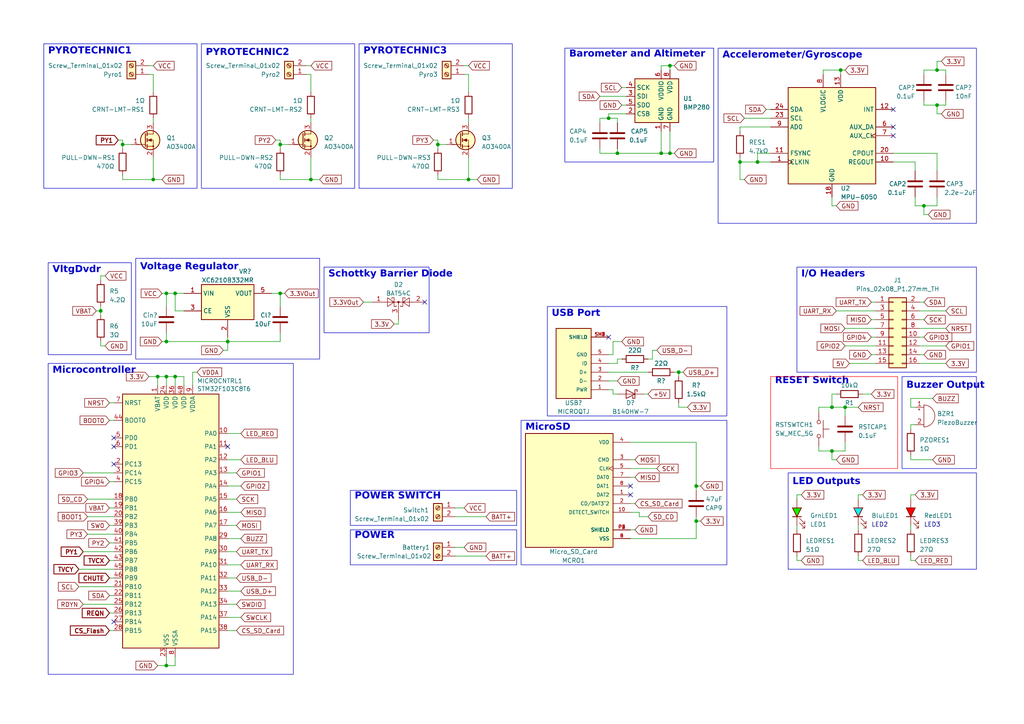
<source format=kicad_sch>
(kicad_sch (version 20230121) (generator eeschema)
  (paper "A4")
  (title_block (title "ORCA Sandbox") (date "2023-08-06") (company "Dhalwani Designs") (comment 3 "This is a testing envrioment for schematic design. "))
  (lib_symbols
    (symbol "BMP280_1"
      (property "Reference" "U" (at -7.62 10.16 0))
      (property "Value" "BMP280" (at 5.08 10.16 0))
      (symbol "BMP280_1_1_1"
        (pin power_in line (at 0 -7.62 90) (length 2.54) (name "GND") (number "1"))
        (pin input line (at -10.16 -2.54 0) (length 2.54) (name "CSB") (number "2"))
        (pin bidirectional line (at -10.16 2.54 0) (length 2.54) (name "SDI") (number "3"))
        (pin input line (at -10.16 5.08 0) (length 2.54) (name "SCK") (number "4"))
        (pin bidirectional line (at -10.16 0 0) (length 2.54) (name "SDO") (number "5"))
        (pin power_in line (at 0 10.16 270) (length 2.54) (name "VDDIO") (number "6"))
        (pin power_in line (at 2.54 -7.62 90) (length 2.54) (name "GND") (number "7"))
        (pin power_in line (at 2.54 10.16 270) (length 2.54) (name "VDD") (number "8"))
      )
    )
    (symbol "Connector:Screw_Terminal_01x02" (pin_names (offset 1.016) hide)
      (property "Reference" "J" (at 0 2.54 0))
      (property "Value" "Screw_Terminal_01x02" (at 0 -5.08 0))
      (symbol "Screw_Terminal_01x02_1_1"
        (pin passive line (at -5.08 0 0) (length 3.81) (name "Pin_1") (number "1"))
        (pin passive line (at -5.08 -2.54 0) (length 3.81) (name "Pin_2") (number "2"))
      )
    )
    (symbol "Device:Buzzer" (pin_names (offset 0.0254) hide)
      (property "Reference" "PZOBZR" (at 3.81 0.635 0))
      (property "Value" "FUET-3020 " (at 3.81 -1.905 0))
      (symbol "Buzzer_1_1"
        (pin passive line (at -2.54 2.54 0) (length 2.54) (name "-") (number "1"))
        (pin passive line (at -2.54 -2.54 0) (length 2.54) (name "+") (number "2"))
      )
    )
    (symbol "Device:C" (pin_numbers hide) (pin_names (offset 0.254))
      (property "Reference" "C" (at 0.635 2.54 0))
      (property "Value" "C" (at 0.635 -2.54 0))
      (symbol "C_1_1"
        (pin passive line (at 0 3.81 270) (length 2.794) (name "~") (number "1"))
        (pin passive line (at 0 -3.81 90) (length 2.794) (name "~") (number "2"))
      )
    )
    (symbol "Device:LED" (pin_numbers hide) (pin_names (offset 1.016) hide)
      (property "Reference" "BluLED" (at -0.9525 -3.81 90))
      (property "Value" "LED" (at -3.4925 -3.81 90))
      (symbol "LED_1_1"
        (pin passive line (at -3.81 0 0) (length 2.54) (name "K") (number "1"))
        (pin passive line (at 3.81 0 180) (length 2.54) (name "A") (number "2"))
      )
    )
    (symbol "Device:R" (pin_numbers hide) (pin_names (offset 0))
      (property "Reference" "R" (at 2.032 0 90))
      (property "Value" "R" (at 0 0 90))
      (symbol "R_1_1"
        (pin passive line (at 0 3.81 270) (length 1.27) (name "~") (number "1"))
        (pin passive line (at 0 -3.81 90) (length 1.27) (name "~") (number "2"))
      )
    )
    (symbol "Diode:BAT54C" (pin_names (offset 1.016))
      (property "Reference" "D" (at 0.635 -3.81 0))
      (property "Value" "BAT54C" (at -6.35 3.175 0))
      (symbol "BAT54C_1_1"
        (pin passive line (at -7.62 0 0) (length 3.81) (name "~") (number "1"))
        (pin passive line (at 7.62 0 180) (length 3.81) (name "~") (number "2"))
        (pin passive line (at 0 -5.08 90) (length 5.08) (name "~") (number "3"))
      )
    )
    (symbol "LED_1" (pin_numbers hide) (pin_names (offset 1.016) hide)
      (property "Reference" "GrnYeloLED" (at -0.9525 -3.81 90))
      (property "Value" "LED" (at -3.4925 -3.81 90))
      (symbol "LED_1_1_1"
        (pin passive line (at -3.81 0 0) (length 2.54) (name "K") (number "1"))
        (pin passive line (at 3.81 0 180) (length 2.54) (name "A") (number "2"))
      )
    )
    (symbol "LED_2" (pin_numbers hide) (pin_names (offset 1.016) hide)
      (property "Reference" "RedLED?" (at -0.9525 -3.81 90))
      (property "Value" "LED3" (at -3.4925 -3.81 90))
      (symbol "LED_2_1_1"
        (pin passive line (at -3.81 0 0) (length 2.54) (name "K") (number "1"))
        (pin passive line (at 3.81 0 180) (length 2.54) (name "A") (number "2"))
      )
    )
    (symbol "MCU_ST_STM32F1:STM32F103C8Tx"
      (property "Reference" "MICROCNTRL" (at 8.89 41.91 0))
      (property "Value" "\nSTM32F103C8T6" (at 8.89 40.64 0))
      (symbol "STM32F103C8Tx_1_1"
        (pin power_in line (at -2.54 40.64 270) (length 2.54) (name "VBAT") (number "1"))
        (pin bidirectional line (at 17.78 26.67 180) (length 2.54) (name "PA0") (number "10"))
        (pin bidirectional line (at 17.78 22.86 180) (length 2.54) (name "PA1") (number "11"))
        (pin bidirectional line (at 17.78 19.05 180) (length 2.54) (name "PA2") (number "12"))
        (pin bidirectional line (at 17.78 15.24 180) (length 2.54) (name "PA3") (number "13"))
        (pin bidirectional line (at 17.78 11.43 180) (length 2.54) (name "PA4") (number "14"))
        (pin bidirectional line (at 17.78 7.62 180) (length 2.54) (name "PA5") (number "15"))
        (pin bidirectional line (at 17.78 3.81 180) (length 2.54) (name "PA6") (number "16"))
        (pin bidirectional line (at 17.78 0 180) (length 2.54) (name "PA7") (number "17"))
        (pin bidirectional line (at -15.24 7.62 0) (length 2.54) (name "PB0") (number "18"))
        (pin bidirectional line (at -15.24 5.08 0) (length 2.54) (name "PB1") (number "19"))
        (pin bidirectional line (at -15.24 17.78 0) (length 2.54) (name "PC13") (number "2"))
        (pin bidirectional line (at -15.24 2.54 0) (length 2.54) (name "PB2") (number "20"))
        (pin bidirectional line (at -15.24 -17.78 0) (length 2.54) (name "PB10") (number "21"))
        (pin bidirectional line (at -15.24 -20.32 0) (length 2.54) (name "PB11") (number "22"))
        (pin power_in line (at 0 -38.1 90) (length 2.54) (name "VSS") (number "23"))
        (pin power_in line (at 0 40.64 270) (length 2.54) (name "VDD") (number "24"))
        (pin bidirectional line (at -15.24 -22.86 0) (length 2.54) (name "PB12") (number "25"))
        (pin bidirectional line (at -15.24 -25.4 0) (length 2.54) (name "PB13") (number "26"))
        (pin bidirectional line (at -15.24 -27.94 0) (length 2.54) (name "PB14") (number "27"))
        (pin bidirectional line (at -15.24 -30.48 0) (length 2.54) (name "PB15") (number "28"))
        (pin bidirectional line (at 17.78 -3.81 180) (length 2.54) (name "PA8") (number "29"))
        (pin bidirectional line (at -15.24 15.24 0) (length 2.54) (name "PC14") (number "3"))
        (pin bidirectional line (at 17.78 -7.62 180) (length 2.54) (name "PA9") (number "30"))
        (pin bidirectional line (at 17.78 -11.43 180) (length 2.54) (name "PA10") (number "31"))
        (pin bidirectional line (at 17.78 -15.24 180) (length 2.54) (name "PA11") (number "32"))
        (pin bidirectional line (at 17.78 -19.05 180) (length 2.54) (name "PA12") (number "33"))
        (pin bidirectional line (at 17.78 -22.86 180) (length 2.54) (name "PA13") (number "34"))
        (pin passive line (at 0 -38.1 90) (length 2.54) hide (name "VSS") (number "35"))
        (pin power_in line (at 2.54 40.64 270) (length 2.54) (name "VDD") (number "36"))
        (pin bidirectional line (at 17.78 -26.67 180) (length 2.54) (name "PA14") (number "37"))
        (pin bidirectional line (at 17.78 -30.48 180) (length 2.54) (name "PA15") (number "38"))
        (pin bidirectional line (at -15.24 0 0) (length 2.54) (name "PB3") (number "39"))
        (pin bidirectional line (at -15.24 12.7 0) (length 2.54) (name "PC15") (number "4"))
        (pin bidirectional line (at -15.24 -2.54 0) (length 2.54) (name "PB4") (number "40"))
        (pin bidirectional line (at -15.24 -5.08 0) (length 2.54) (name "PB5") (number "41"))
        (pin bidirectional line (at -15.24 -7.62 0) (length 2.54) (name "PB6") (number "42"))
        (pin bidirectional line (at -15.24 -10.16 0) (length 2.54) (name "PB7") (number "43"))
        (pin input line (at -15.24 30.48 0) (length 2.54) (name "BOOT0") (number "44"))
        (pin bidirectional line (at -15.24 -12.7 0) (length 2.54) (name "PB8") (number "45"))
        (pin bidirectional line (at -15.24 -15.24 0) (length 2.54) (name "PB9") (number "46"))
        (pin passive line (at 0 -38.1 90) (length 2.54) hide (name "VSS") (number "47"))
        (pin power_in line (at 5.08 40.64 270) (length 2.54) (name "VDD") (number "48"))
        (pin bidirectional line (at -15.24 25.4 0) (length 2.54) (name "PD0") (number "5"))
        (pin bidirectional line (at -15.24 22.86 0) (length 2.54) (name "PD1") (number "6"))
        (pin input line (at -15.24 35.56 0) (length 2.54) (name "NRST") (number "7"))
        (pin power_in line (at 2.54 -38.1 90) (length 2.54) (name "VSSA") (number "8"))
        (pin power_in line (at 7.62 40.64 270) (length 2.54) (name "VDDA") (number "9"))
      )
    )
    (symbol "MICROQTJ:MICROQTJ" (pin_names (offset 1.016))
      (property "Reference" "J2" (at 0 11.43 0))
      (property "Value" "MICROQTJ" (at 0 13.97 0))
      (symbol "MICROQTJ_0_0"
        (pin bidirectional line (at -10.16 5.08 0) (length 5.08) (name "D-") (number "2"))
        (pin bidirectional line (at -10.16 2.54 0) (length 5.08) (name "D+") (number "3"))
        (pin bidirectional line (at -10.16 0 0) (length 5.08) (name "ID") (number "4"))
        (pin power_in line (at -10.16 -2.54 0) (length 5.08) (name "GND") (number "5"))
        (pin passive line (at -10.16 -7.62 0) (length 5.08) (name "SHIELD") (number "SH1"))
        (pin passive line (at -10.16 -7.62 0) (length 5.08) (name "SHIELD") (number "SH2"))
        (pin passive line (at -10.16 -7.62 0) (length 5.08) (name "SHIELD") (number "SH3"))
        (pin passive line (at -10.16 -7.62 0) (length 5.08) (name "SHIELD") (number "SH4"))
      )
      (symbol "MICROQTJ_1_0"
        (pin power_in line (at -10.16 7.62 0) (length 5.08) (name "PWR") (number "1"))
      )
    )
    (symbol "MPU-6050_1"
      (property "Reference" "U" (at -11.43 13.97 0))
      (property "Value" "MPU-6050" (at 7.62 -15.24 0))
      (symbol "MPU-6050_1_0_0"
        (text "" (at 12.7 -2.54 0) (effects (font (size 1.27 1.27))))
      )
      (symbol "MPU-6050_1_1_1"
        (pin input clock (at -17.78 -7.62 0) (length 5.08) (name "CLKIN") (number "1"))
        (pin passive line (at 17.78 -7.62 180) (length 5.08) (name "REGOUT") (number "10"))
        (pin input line (at -17.78 -5.08 0) (length 5.08) (name "FSYNC") (number "11"))
        (pin output line (at 17.78 7.62 180) (length 5.08) (name "INT") (number "12"))
        (pin power_in line (at 2.54 17.78 270) (length 3.81) (name "VDD") (number "13"))
        (pin no_connect line (at -12.7 -10.16 0) (length 2.54) hide (name "NC") (number "14"))
        (pin no_connect line (at 12.7 12.7 180) (length 2.54) hide (name "NC") (number "15"))
        (pin no_connect line (at 12.7 10.16 180) (length 2.54) hide (name "NC") (number "16"))
        (pin no_connect line (at 12.7 5.08 180) (length 2.54) hide (name "NC") (number "17"))
        (pin power_in line (at 0 -17.78 90) (length 3.81) (name "GND") (number "18"))
        (pin no_connect line (at 12.7 -10.16 180) (length 2.54) hide (name "RESV") (number "19"))
        (pin no_connect line (at -12.7 12.7 0) (length 2.54) hide (name "NC") (number "2"))
        (pin passive line (at 17.78 -5.08 180) (length 5.08) (name "CPOUT") (number "20"))
        (pin no_connect line (at 12.7 -2.54 180) (length 2.54) hide (name "RESV") (number "21"))
        (pin no_connect line (at 12.7 -12.7 180) (length 2.54) hide (name "RESV") (number "22"))
        (pin input line (at -17.78 5.08 0) (length 5.08) (name "SCL") (number "23"))
        (pin bidirectional line (at -17.78 7.62 0) (length 5.08) (name "SDA") (number "24"))
        (pin no_connect line (at -12.7 10.16 0) (length 2.54) hide (name "NC") (number "3"))
        (pin no_connect line (at -12.7 0 0) (length 2.54) hide (name "NC") (number "4"))
        (pin no_connect line (at -12.7 -2.54 0) (length 2.54) hide (name "NC") (number "5"))
        (pin bidirectional line (at 17.78 2.54 180) (length 5.08) (name "AUX_DA") (number "6"))
        (pin output clock (at 17.78 0 180) (length 5.08) (name "AUX_CL") (number "7"))
        (pin power_in line (at -2.54 17.78 270) (length 3.81) (name "VLOGIC") (number "8"))
        (pin input line (at -17.78 2.54 0) (length 5.08) (name "AD0") (number "9"))
      )
    )
    (symbol "MicroSDMolex503892:503398-1892" (pin_names (offset 1.016))
      (property "Reference" "J" (at -12.7217 15.266 0))
      (property "Value" "503398-1892" (at -12.704 -17.7856 0))
      (symbol "503398-1892_0_0"
        (pin passive line (at 17.78 -2.54 180) (length 5.08) (name "DAT2") (number "1"))
        (pin passive line (at 17.78 -7.62 180) (length 5.08) (name "DETECT_SWITCH") (number "10"))
        (pin passive line (at 17.78 -5.08 180) (length 5.08) (name "CD/DAT3^2") (number "2"))
        (pin passive line (at 17.78 7.62 180) (length 5.08) (name "CMD") (number "3"))
        (pin power_in line (at 17.78 12.7 180) (length 5.08) (name "VDD") (number "4"))
        (pin passive clock (at 17.78 5.08 180) (length 5.08) (name "CLK") (number "5"))
        (pin power_in line (at 17.78 -15.24 180) (length 5.08) (name "VSS") (number "6"))
        (pin passive line (at 17.78 2.54 180) (length 5.08) (name "DAT0") (number "7"))
        (pin passive line (at 17.78 0 180) (length 5.08) (name "DAT1") (number "8"))
        (pin power_in line (at 17.78 -15.24 180) (length 5.08) (name "VSS") (number "9"))
        (pin passive line (at 17.78 -12.7 180) (length 5.08) (name "SHIELD") (number "P1"))
        (pin passive line (at 17.78 -12.7 180) (length 5.08) (name "SHIELD") (number "P2"))
        (pin passive line (at 17.78 -12.7 180) (length 5.08) (name "SHIELD") (number "P3"))
        (pin passive line (at 17.78 -12.7 180) (length 5.08) (name "SHIELD") (number "P4"))
      )
    )
    (symbol "PCM_4ms_Connector:Pins_02x08_P1.27mm_TH" (pin_names (offset 1.016) hide)
      (property "Reference" "J" (at 0 11.43 0))
      (property "Value" "Pins_02x08_P1.27mm_TH" (at 0 -11.43 0))
      (symbol "Pins_02x08_P1.27mm_TH_1_1"
        (pin passive line (at -6.35 8.89 0) (length 3.81) (name "1") (number "1"))
        (pin passive line (at 6.35 -1.27 180) (length 3.81) (name "10") (number "10"))
        (pin passive line (at -6.35 -3.81 0) (length 3.81) (name "11") (number "11"))
        (pin passive line (at 6.35 -3.81 180) (length 3.81) (name "12") (number "12"))
        (pin passive line (at -6.35 -6.35 0) (length 3.81) (name "13") (number "13"))
        (pin passive line (at 6.35 -6.35 180) (length 3.81) (name "14") (number "14"))
        (pin passive line (at -6.35 -8.89 0) (length 3.81) (name "15") (number "15"))
        (pin passive line (at 6.35 -8.89 180) (length 3.81) (name "16") (number "16"))
        (pin passive line (at 6.35 8.89 180) (length 3.81) (name "2") (number "2"))
        (pin passive line (at -6.35 6.35 0) (length 3.81) (name "3") (number "3"))
        (pin passive line (at 6.35 6.35 180) (length 3.81) (name "4") (number "4"))
        (pin passive line (at -6.35 3.81 0) (length 3.81) (name "5") (number "5"))
        (pin passive line (at 6.35 3.81 180) (length 3.81) (name "6") (number "6"))
        (pin passive line (at -6.35 1.27 0) (length 3.81) (name "7") (number "7"))
        (pin passive line (at 6.35 1.27 180) (length 3.81) (name "8") (number "8"))
        (pin passive line (at -6.35 -1.27 0) (length 3.81) (name "9") (number "9"))
      )
    )
    (symbol "PCM_4ms_Diode:B140HW-7" (pin_numbers hide) (pin_names (offset 1.016) hide)
      (property "Reference" "D" (at 0 2.54 0))
      (property "Value" "B140HW-7" (at 0 -2.54 0))
      (symbol "B140HW-7_1_1"
        (pin passive line (at -3.81 0 0) (length 2.54) (name "K") (number "1"))
        (pin passive line (at 3.81 0 180) (length 2.54) (name "A") (number "2"))
      )
    )
    (symbol "PCM_Transistor_MOSFET_AKL:AO3400A" (pin_names hide)
      (property "Reference" "Q" (at 5.08 1.27 0))
      (property "Value" "AO3400A" (at 5.08 -1.27 0))
      (symbol "AO3400A_1_1"
        (pin input line (at -3.81 -1.27 0) (length 2.54) (name "G") (number "1"))
        (pin passive line (at 2.54 -5.08 90) (length 2.54) (name "S") (number "2"))
        (pin passive line (at 2.54 5.08 270) (length 2.54) (name "D") (number "3"))
      )
    )
    (symbol "Switch:SW_MEC_5G" (pin_numbers hide) (pin_names (offset 1.016) hide)
      (property "Reference" "SW" (at 1.27 2.54 0))
      (property "Value" "SW_MEC_5G" (at 0 -1.524 0))
      (symbol "SW_MEC_5G_0_1"
        (pin passive line (at -5.08 0 0) (length 2.54) (name "A") (number "1"))
        (pin passive line (at 5.08 0 180) (length 2.54) (name "B") (number "3"))
      )
      (symbol "SW_MEC_5G_1_1"
        (pin passive line (at -5.08 0 0) (length 2.54) hide (name "A") (number "2"))
        (pin passive line (at 5.08 0 180) (length 2.54) hide (name "B") (number "4"))
      )
    )
    (symbol "XC6210B332MR_1"
      (property "Reference" "U?" (at 0 8.89 0))
      (property "Value" "XC6210B332MR" (at 0 6.35 0))
      (symbol "XC6210B332MR_1_1_1"
        (pin power_in line (at -12.7 2.54 0) (length 5.08) (name "VIN") (number "1"))
        (pin power_in line (at 0 -10.16 90) (length 5.08) (name "VSS") (number "2"))
        (pin input line (at -12.7 -2.54 0) (length 5.08) (name "CE") (number "3"))
        (pin no_connect line (at 7.62 -2.54 180) (length 5.08) hide (name "NC") (number "4"))
        (pin power_out line (at 12.7 2.54 180) (length 5.08) (name "VOUT") (number "5"))
      )
    )
  )
  (junction (at 219.71 46.99))
  (junction (at 66.04 99.06))
  (junction (at 196.85 107.95))
  (junction (at 90.17 52.07))
  (junction (at 271.78 20.32))
  (junction (at 127 41.91))
  (junction (at 271.78 30.48))
  (junction (at 29.21 90.17))
  (junction (at 48.26 109.22))
  (junction (at 48.26 85.09))
  (junction (at 267.97 59.69))
  (junction (at 241.3 130.81))
  (junction (at 50.8 109.22))
  (junction (at 214.63 46.99))
  (junction (at 194.31 19.05))
  (junction (at 48.26 193.04))
  (junction (at 135.89 52.07))
  (junction (at 45.72 109.22))
  (junction (at 201.93 140.97))
  (junction (at 201.93 151.13))
  (junction (at 35.56 41.91))
  (junction (at 48.26 99.06))
  (junction (at 243.84 20.32))
  (junction (at 81.28 41.91))
  (junction (at 176.53 34.29))
  (junction (at 245.11 118.11))
  (junction (at 179.07 44.45))
  (junction (at 194.31 44.45))
  (junction (at 44.45 52.07))
  (junction (at 81.28 85.09))
  (junction (at 191.77 44.45))
  (junction (at 241.3 118.11))
  (junction (at 50.8 85.09))
  (no_connect (at 123.19 87.63))
  (no_connect (at 33.02 134.62))
  (no_connect (at 66.04 129.54))
  (no_connect (at 176.53 97.79))
  (no_connect (at 182.88 140.97))
  (no_connect (at 33.02 180.34))
  (no_connect (at 259.08 39.37))
  (no_connect (at 33.02 129.54))
  (no_connect (at 259.08 36.83))
  (no_connect (at 259.08 31.75))
  (no_connect (at 33.02 127))
  (no_connect (at 182.88 143.51))
  (wire (pts (xy 50.8 85.09) (xy 53.34 85.09)))
  (wire (pts (xy 201.93 156.21) (xy 201.93 151.13)))
  (wire (pts (xy 191.77 44.45) (xy 194.31 44.45)))
  (wire (pts (xy 182.88 156.21) (xy 201.93 156.21)))
  (wire (pts (xy 35.56 52.07) (xy 35.56 50.8)))
  (wire (pts (xy 191.77 19.05) (xy 194.31 19.05)))
  (wire (pts (xy 264.16 123.19) (xy 265.43 123.19)))
  (wire (pts (xy 25.4 149.86) (xy 33.02 149.86)))
  (wire (pts (xy 266.7 100.33) (xy 274.32 100.33)))
  (wire (pts (xy 194.31 38.1) (xy 194.31 44.45)))
  (wire (pts (xy 266.7 87.63) (xy 267.97 87.63)))
  (wire (pts (xy 81.28 41.91) (xy 83.82 41.91)))
  (wire (pts (xy 127 52.07) (xy 127 50.8)))
  (wire (pts (xy 252.73 102.87) (xy 254 102.87)))
  (wire (pts (xy 24.13 137.16) (xy 33.02 137.16)))
  (wire (pts (xy 182.88 133.35) (xy 184.15 133.35)))
  (wire (pts (xy 64.77 101.6) (xy 66.04 101.6)))
  (wire (pts (xy 135.89 21.59) (xy 135.89 26.67)))
  (wire (pts (xy 237.49 119.38) (xy 237.49 118.11)))
  (wire (pts (xy 214.63 36.83) (xy 223.52 36.83)))
  (wire (pts (xy 201.93 128.27) (xy 201.93 140.97)))
  (wire (pts (xy 246.38 105.41) (xy 254 105.41)))
  (wire (pts (xy 31.75 121.92) (xy 33.02 121.92)))
  (wire (pts (xy 265.43 46.99) (xy 259.08 46.99)))
  (wire (pts (xy 250.19 114.3) (xy 252.73 114.3)))
  (wire (pts (xy 66.04 99.06) (xy 66.04 97.79)))
  (wire (pts (xy 31.75 139.7) (xy 33.02 139.7)))
  (wire (pts (xy 271.78 20.32) (xy 274.32 20.32)))
  (wire (pts (xy 179.07 104.14) (xy 180.34 104.14)))
  (wire (pts (xy 195.58 19.05) (xy 194.31 19.05)))
  (wire (pts (xy 264.16 143.51) (xy 264.16 144.78)))
  (wire (pts (xy 266.7 105.41) (xy 274.32 105.41)))
  (wire (pts (xy 241.3 59.69) (xy 241.3 57.15)))
  (wire (pts (xy 271.78 59.69) (xy 271.78 57.15)))
  (wire (pts (xy 105.41 87.63) (xy 107.95 87.63)))
  (wire (pts (xy 140.97 161.29) (xy 132.08 161.29)))
  (wire (pts (xy 176.53 34.29) (xy 173.99 34.29)))
  (wire (pts (xy 241.3 118.11) (xy 245.11 118.11)))
  (wire (pts (xy 66.04 182.88) (xy 68.58 182.88)))
  (wire (pts (xy 215.9 52.07) (xy 214.63 52.07)))
  (wire (pts (xy 185.42 149.86) (xy 185.42 148.59)))
  (wire (pts (xy 182.88 128.27) (xy 201.93 128.27)))
  (wire (pts (xy 248.92 161.29) (xy 248.92 162.56)))
  (wire (pts (xy 223.52 44.45) (xy 219.71 44.45)))
  (wire (pts (xy 191.77 19.05) (xy 191.77 20.32)))
  (wire (pts (xy 66.04 140.97) (xy 69.85 140.97)))
  (wire (pts (xy 31.75 182.88) (xy 33.02 182.88)))
  (wire (pts (xy 29.21 90.17) (xy 29.21 88.9)))
  (wire (pts (xy 88.9 21.59) (xy 90.17 21.59)))
  (wire (pts (xy 30.48 100.33) (xy 29.21 100.33)))
  (wire (pts (xy 81.28 85.09) (xy 82.55 85.09)))
  (wire (pts (xy 231.14 161.29) (xy 231.14 162.56)))
  (wire (pts (xy 31.75 152.4) (xy 33.02 152.4)))
  (wire (pts (xy 259.08 44.45) (xy 271.78 44.45)))
  (wire (pts (xy 238.76 20.32) (xy 238.76 21.59)))
  (wire (pts (xy 127 40.64) (xy 125.73 40.64)))
  (wire (pts (xy 269.24 62.23) (xy 267.97 62.23)))
  (wire (pts (xy 43.18 109.22) (xy 45.72 109.22)))
  (wire (pts (xy 248.92 143.51) (xy 248.92 144.78)))
  (wire (pts (xy 24.13 160.02) (xy 33.02 160.02)))
  (wire (pts (xy 33.02 165.1) (xy 22.86 165.1)))
  (wire (pts (xy 265.43 59.69) (xy 267.97 59.69)))
  (wire (pts (xy 48.26 85.09) (xy 50.8 85.09)))
  (wire (pts (xy 271.78 44.45) (xy 271.78 49.53)))
  (wire (pts (xy 222.25 31.75) (xy 223.52 31.75)))
  (wire (pts (xy 81.28 85.09) (xy 78.74 85.09)))
  (wire (pts (xy 66.04 152.4) (xy 68.58 152.4)))
  (wire (pts (xy 248.92 152.4) (xy 248.92 153.67)))
  (wire (pts (xy 267.97 59.69) (xy 271.78 59.69)))
  (wire (pts (xy 266.7 95.25) (xy 274.32 95.25)))
  (wire (pts (xy 81.28 40.64) (xy 80.01 40.64)))
  (wire (pts (xy 245.11 130.81) (xy 241.3 130.81)))
  (wire (pts (xy 35.56 41.91) (xy 38.1 41.91)))
  (wire (pts (xy 50.8 85.09) (xy 50.8 90.17)))
  (wire (pts (xy 81.28 88.9) (xy 81.28 85.09)))
  (wire (pts (xy 189.23 101.6) (xy 189.23 104.14)))
  (wire (pts (xy 45.72 109.22) (xy 45.72 111.76)))
  (wire (pts (xy 57.15 107.95) (xy 55.88 107.95)))
  (wire (pts (xy 66.04 137.16) (xy 68.58 137.16)))
  (wire (pts (xy 196.85 107.95) (xy 196.85 109.22)))
  (wire (pts (xy 30.48 80.01) (xy 29.21 80.01)))
  (wire (pts (xy 27.94 90.17) (xy 29.21 90.17)))
  (wire (pts (xy 264.16 133.35) (xy 270.51 133.35)))
  (wire (pts (xy 53.34 109.22) (xy 53.34 111.76)))
  (wire (pts (xy 35.56 41.91) (xy 35.56 40.64)))
  (wire (pts (xy 46.99 85.09) (xy 48.26 85.09)))
  (wire (pts (xy 179.07 105.41) (xy 176.53 105.41)))
  (wire (pts (xy 48.26 190.5) (xy 48.26 193.04)))
  (wire (pts (xy 237.49 130.81) (xy 237.49 129.54)))
  (wire (pts (xy 194.31 19.05) (xy 194.31 20.32)))
  (wire (pts (xy 66.04 171.45) (xy 69.85 171.45)))
  (wire (pts (xy 66.04 179.07) (xy 69.85 179.07)))
  (wire (pts (xy 134.62 19.05) (xy 135.89 19.05)))
  (wire (pts (xy 29.21 80.01) (xy 29.21 81.28)))
  (wire (pts (xy 45.72 193.04) (xy 48.26 193.04)))
  (wire (pts (xy 177.8 102.87) (xy 176.53 102.87)))
  (wire (pts (xy 264.16 161.29) (xy 264.16 162.56)))
  (wire (pts (xy 179.07 44.45) (xy 191.77 44.45)))
  (wire (pts (xy 195.58 107.95) (xy 196.85 107.95)))
  (wire (pts (xy 173.99 34.29) (xy 173.99 35.56)))
  (wire (pts (xy 43.18 21.59) (xy 44.45 21.59)))
  (wire (pts (xy 186.69 114.3) (xy 187.96 114.3)))
  (wire (pts (xy 231.14 143.51) (xy 231.14 144.78)))
  (wire (pts (xy 270.51 115.57) (xy 264.16 115.57)))
  (wire (pts (xy 176.53 113.03) (xy 177.8 113.03)))
  (wire (pts (xy 177.8 99.06) (xy 177.8 102.87)))
  (wire (pts (xy 31.75 167.64) (xy 33.02 167.64)))
  (wire (pts (xy 245.11 128.27) (xy 245.11 130.81)))
  (wire (pts (xy 66.04 125.73) (xy 69.85 125.73)))
  (wire (pts (xy 31.75 162.56) (xy 33.02 162.56)))
  (wire (pts (xy 241.3 114.3) (xy 241.3 118.11)))
  (wire (pts (xy 43.18 19.05) (xy 44.45 19.05)))
  (wire (pts (xy 88.9 19.05) (xy 90.17 19.05)))
  (wire (pts (xy 127 41.91) (xy 129.54 41.91)))
  (wire (pts (xy 46.99 99.06) (xy 48.26 99.06)))
  (wire (pts (xy 114.3 93.98) (xy 115.57 93.98)))
  (wire (pts (xy 219.71 46.99) (xy 214.63 46.99)))
  (wire (pts (xy 252.73 97.79) (xy 254 97.79)))
  (wire (pts (xy 196.85 118.11) (xy 199.39 118.11)))
  (wire (pts (xy 215.9 34.29) (xy 223.52 34.29)))
  (wire (pts (xy 90.17 45.72) (xy 90.17 52.07)))
  (wire (pts (xy 271.78 30.48) (xy 271.78 33.02)))
  (wire (pts (xy 25.4 154.94) (xy 33.02 154.94)))
  (wire (pts (xy 214.63 52.07) (xy 214.63 46.99)))
  (wire (pts (xy 267.97 29.21) (xy 267.97 30.48)))
  (wire (pts (xy 231.14 162.56) (xy 232.41 162.56)))
  (wire (pts (xy 201.93 151.13) (xy 201.93 149.86)))
  (wire (pts (xy 44.45 52.07) (xy 46.99 52.07)))
  (wire (pts (xy 252.73 87.63) (xy 254 87.63)))
  (wire (pts (xy 264.16 143.51) (xy 265.43 143.51)))
  (wire (pts (xy 187.96 104.14) (xy 189.23 104.14)))
  (wire (pts (xy 173.99 44.45) (xy 179.07 44.45)))
  (wire (pts (xy 267.97 21.59) (xy 267.97 20.32)))
  (wire (pts (xy 267.97 62.23) (xy 267.97 59.69)))
  (wire (pts (xy 266.7 92.71) (xy 267.97 92.71)))
  (wire (pts (xy 264.16 162.56) (xy 265.43 162.56)))
  (wire (pts (xy 44.45 21.59) (xy 44.45 26.67)))
  (wire (pts (xy 177.8 99.06) (xy 180.34 99.06)))
  (wire (pts (xy 190.5 101.6) (xy 189.23 101.6)))
  (wire (pts (xy 31.75 116.84) (xy 33.02 116.84)))
  (wire (pts (xy 81.28 99.06) (xy 81.28 96.52)))
  (wire (pts (xy 201.93 140.97) (xy 203.2 140.97)))
  (wire (pts (xy 66.04 101.6) (xy 66.04 99.06)))
  (wire (pts (xy 196.85 116.84) (xy 196.85 118.11)))
  (wire (pts (xy 242.57 133.35) (xy 241.3 133.35)))
  (wire (pts (xy 274.32 20.32) (xy 274.32 21.59)))
  (wire (pts (xy 31.75 157.48) (xy 33.02 157.48)))
  (wire (pts (xy 22.86 170.18) (xy 33.02 170.18)))
  (wire (pts (xy 81.28 41.91) (xy 81.28 40.64)))
  (wire (pts (xy 53.34 109.22) (xy 50.8 109.22)))
  (wire (pts (xy 182.88 148.59) (xy 185.42 148.59)))
  (wire (pts (xy 180.34 25.4) (xy 181.61 25.4)))
  (wire (pts (xy 271.78 30.48) (xy 274.32 30.48)))
  (wire (pts (xy 53.34 90.17) (xy 50.8 90.17)))
  (wire (pts (xy 44.45 45.72) (xy 44.45 52.07)))
  (wire (pts (xy 223.52 46.99) (xy 219.71 46.99)))
  (wire (pts (xy 271.78 17.78) (xy 271.78 20.32)))
  (wire (pts (xy 252.73 92.71) (xy 254 92.71)))
  (wire (pts (xy 242.57 59.69) (xy 241.3 59.69)))
  (wire (pts (xy 245.11 118.11) (xy 248.92 118.11)))
  (wire (pts (xy 35.56 40.64) (xy 34.29 40.64)))
  (wire (pts (xy 29.21 90.17) (xy 29.21 91.44)))
  (wire (pts (xy 214.63 46.99) (xy 214.63 45.72)))
  (wire (pts (xy 248.92 143.51) (xy 250.19 143.51)))
  (wire (pts (xy 179.07 104.14) (xy 179.07 105.41)))
  (wire (pts (xy 182.88 153.67) (xy 184.15 153.67)))
  (wire (pts (xy 135.89 34.29) (xy 135.89 35.56)))
  (wire (pts (xy 241.3 130.81) (xy 237.49 130.81)))
  (wire (pts (xy 127 43.18) (xy 127 41.91)))
  (wire (pts (xy 214.63 38.1) (xy 214.63 36.83)))
  (wire (pts (xy 264.16 123.19) (xy 264.16 124.46)))
  (wire (pts (xy 66.04 160.02) (xy 68.58 160.02)))
  (wire (pts (xy 48.26 85.09) (xy 48.26 88.9)))
  (wire (pts (xy 219.71 44.45) (xy 219.71 46.99)))
  (wire (pts (xy 231.14 152.4) (xy 231.14 153.67)))
  (wire (pts (xy 31.75 172.72) (xy 33.02 172.72)))
  (wire (pts (xy 245.11 100.33) (xy 254 100.33)))
  (wire (pts (xy 127 52.07) (xy 135.89 52.07)))
  (wire (pts (xy 176.53 107.95) (xy 187.96 107.95)))
  (wire (pts (xy 81.28 99.06) (xy 66.04 99.06)))
  (wire (pts (xy 242.57 90.17) (xy 254 90.17)))
  (wire (pts (xy 66.04 156.21) (xy 69.85 156.21)))
  (wire (pts (xy 134.62 21.59) (xy 135.89 21.59)))
  (wire (pts (xy 267.97 20.32) (xy 271.78 20.32)))
  (wire (pts (xy 44.45 34.29) (xy 44.45 35.56)))
  (wire (pts (xy 127 41.91) (xy 127 40.64)))
  (wire (pts (xy 115.57 93.98) (xy 115.57 92.71)))
  (wire (pts (xy 176.53 33.02) (xy 181.61 33.02)))
  (wire (pts (xy 271.78 33.02) (xy 273.05 33.02)))
  (wire (pts (xy 177.8 113.03) (xy 177.8 114.3)))
  (wire (pts (xy 90.17 34.29) (xy 90.17 35.56)))
  (wire (pts (xy 179.07 34.29) (xy 179.07 35.56)))
  (wire (pts (xy 66.04 144.78) (xy 68.58 144.78)))
  (wire (pts (xy 266.7 97.79) (xy 267.97 97.79)))
  (wire (pts (xy 135.89 52.07) (xy 138.43 52.07)))
  (wire (pts (xy 245.11 95.25) (xy 254 95.25)))
  (wire (pts (xy 274.32 29.21) (xy 274.32 30.48)))
  (wire (pts (xy 25.4 144.78) (xy 33.02 144.78)))
  (wire (pts (xy 182.88 146.05) (xy 184.15 146.05)))
  (wire (pts (xy 173.99 27.94) (xy 181.61 27.94)))
  (wire (pts (xy 48.26 99.06) (xy 66.04 99.06)))
  (wire (pts (xy 134.62 158.75) (xy 132.08 158.75)))
  (wire (pts (xy 173.99 43.18) (xy 173.99 44.45)))
  (wire (pts (xy 264.16 115.57) (xy 264.16 118.11)))
  (wire (pts (xy 48.26 109.22) (xy 48.26 111.76)))
  (wire (pts (xy 243.84 20.32) (xy 243.84 21.59)))
  (wire (pts (xy 265.43 59.69) (xy 265.43 57.15)))
  (wire (pts (xy 176.53 110.49) (xy 179.07 110.49)))
  (wire (pts (xy 180.34 30.48) (xy 181.61 30.48)))
  (wire (pts (xy 55.88 107.95) (xy 55.88 111.76)))
  (wire (pts (xy 182.88 138.43) (xy 184.15 138.43)))
  (wire (pts (xy 90.17 21.59) (xy 90.17 26.67)))
  (wire (pts (xy 48.26 96.52) (xy 48.26 99.06)))
  (wire (pts (xy 266.7 102.87) (xy 267.97 102.87)))
  (wire (pts (xy 264.16 152.4) (xy 264.16 153.67)))
  (wire (pts (xy 50.8 190.5) (xy 50.8 193.04)))
  (wire (pts (xy 237.49 118.11) (xy 241.3 118.11)))
  (wire (pts (xy 266.7 90.17) (xy 274.32 90.17)))
  (wire (pts (xy 81.28 52.07) (xy 90.17 52.07)))
  (wire (pts (xy 81.28 43.18) (xy 81.28 41.91)))
  (wire (pts (xy 241.3 114.3) (xy 242.57 114.3)))
  (wire (pts (xy 182.88 135.89) (xy 190.5 135.89)))
  (wire (pts (xy 267.97 30.48) (xy 271.78 30.48)))
  (wire (pts (xy 273.05 17.78) (xy 271.78 17.78)))
  (wire (pts (xy 66.04 133.35) (xy 69.85 133.35)))
  (wire (pts (xy 31.75 147.32) (xy 33.02 147.32)))
  (wire (pts (xy 191.77 38.1) (xy 191.77 44.45)))
  (wire (pts (xy 29.21 100.33) (xy 29.21 99.06)))
  (wire (pts (xy 81.28 52.07) (xy 81.28 50.8)))
  (wire (pts (xy 50.8 109.22) (xy 48.26 109.22)))
  (wire (pts (xy 176.53 33.02) (xy 176.53 34.29)))
  (wire (pts (xy 135.89 45.72) (xy 135.89 52.07)))
  (wire (pts (xy 245.11 20.32) (xy 243.84 20.32)))
  (wire (pts (xy 177.8 114.3) (xy 179.07 114.3)))
  (wire (pts (xy 187.96 149.86) (xy 185.42 149.86)))
  (wire (pts (xy 66.04 175.26) (xy 68.58 175.26)))
  (wire (pts (xy 232.41 143.51) (xy 231.14 143.51)))
  (wire (pts (xy 48.26 109.22) (xy 45.72 109.22)))
  (wire (pts (xy 179.07 43.18) (xy 179.07 44.45)))
  (wire (pts (xy 66.04 148.59) (xy 69.85 148.59)))
  (wire (pts (xy 50.8 109.22) (xy 50.8 111.76)))
  (wire (pts (xy 264.16 118.11) (xy 265.43 118.11)))
  (wire (pts (xy 66.04 163.83) (xy 69.85 163.83)))
  (wire (pts (xy 201.93 140.97) (xy 201.93 142.24)))
  (wire (pts (xy 140.97 149.86) (xy 132.08 149.86)))
  (wire (pts (xy 35.56 52.07) (xy 44.45 52.07)))
  (wire (pts (xy 179.07 34.29) (xy 176.53 34.29)))
  (wire (pts (xy 195.58 44.45) (xy 194.31 44.45)))
  (wire (pts (xy 35.56 43.18) (xy 35.56 41.91)))
  (wire (pts (xy 196.85 107.95) (xy 198.12 107.95)))
  (wire (pts (xy 265.43 49.53) (xy 265.43 46.99)))
  (wire (pts (xy 24.13 175.26) (xy 33.02 175.26)))
  (wire (pts (xy 203.2 151.13) (xy 201.93 151.13)))
  (wire (pts (xy 66.04 167.64) (xy 68.58 167.64)))
  (wire (pts (xy 243.84 20.32) (xy 238.76 20.32)))
  (wire (pts (xy 31.75 177.8) (xy 33.02 177.8)))
  (wire (pts (xy 48.26 193.04) (xy 50.8 193.04)))
  (wire (pts (xy 248.92 162.56) (xy 250.19 162.56)))
  (wire (pts (xy 90.17 52.07) (xy 92.71 52.07)))
  (wire (pts (xy 264.16 132.08) (xy 264.16 133.35)))
  (wire (pts (xy 241.3 133.35) (xy 241.3 130.81)))
  (wire (pts (xy 245.11 118.11) (xy 245.11 120.65)))
  (wire (pts (xy 134.62 147.32) (xy 132.08 147.32)))
  (rectangle (start 151.13 121.92) (end 210.82 163.83))
  (rectangle (start 228.6 137.16) (end 283.21 165.1))
  (rectangle (start 39.37 74.93) (end 92.71 104.14))
  (rectangle (start 208.28 13.97) (end 283.21 64.77))
  (rectangle (start 104.14 12.7) (end 148.59 54.61))
  (rectangle (start 101.6 153.67) (end 149.86 163.83))
  (rectangle (start 261.62 109.22) (end 283.21 135.89))
  (rectangle (start 231.14 77.47) (end 283.21 107.95))
  (rectangle (start 93.98 77.47) (end 124.46 96.52))
  (rectangle (start 163.83 13.97) (end 207.01 46.99))
  (rectangle (start 223.52 109.22) (end 260.35 135.89) (stroke (width 0) (color 255 0 0 1)))
  (rectangle (start 13.97 76.2) (end 38.1 102.87))
  (rectangle (start 12.7 12.7) (end 57.15 54.61))
  (rectangle (start 13.97 105.41) (end 85.09 195.58))
  (rectangle (start 158.75 88.9) (end 210.82 120.65))
  (rectangle (start 58.42 12.7) (end 102.87 54.61))
  (rectangle (start 101.6 142.24) (end 149.86 152.4))
  (text "PYROTECHNIC1\n\n\n\n" (at 13.97 26.67 0) (effects (font (size 2 2) (thickness 0.4) bold) (justify left bottom)))
  (text "RESET Switch\n\n" (at 224.79 115.57 0) (effects (font (size 2 2) (thickness 0.4) bold) (justify left bottom)))
  (text "Buzzer Output\n\n\n\n\n" (at 262.89 127 0) (effects (font (size 2 2) (thickness 0.4) bold) (justify left bottom)))
  (text "Voltage Regulator\n\n" (at 40.64 82.55 0) (effects (font (size 2 2) (thickness 0.4) bold) (justify left bottom)))
  (text "LED Outputs\n\n\n\n\n" (at 229.87 154.94 0) (effects (font (size 2 2) (thickness 0.4) bold) (justify left bottom)))
  (text "VltgDvdr" (at 15.24 80.01 0) (effects (font (size 2 2) (thickness 0.4) bold) (justify left bottom)))
  (text "USB Port" (at 160.02 92.71 0) (effects (font (size 2 2) (thickness 0.4) bold) (justify left bottom)))
  (text "Accelerometer/Gyroscope" (at 209.55 17.78 0) (effects (font (size 2 2) (thickness 0.4) bold) (justify left bottom)))
  (text "MicroSD\n" (at 152.4 125.73 0) (effects (font (size 2 2) (thickness 0.4) bold) (justify left bottom)))
  (text "Microcontroller\n" (at 15.24 109.22 0) (effects (font (size 2 2) (thickness 0.4) bold) (justify left bottom)))
  (text "POWER SWITCH\n\n\n" (at 102.87 152.4 0) (effects (font (size 2 2) (thickness 0.4) bold) (justify left bottom)))
  (text "POWER \n\n\n" (at 102.87 163.83 0) (effects (font (size 2 2) (thickness 0.4) bold) (justify left bottom)))
  (text "I/O Headers\n" (at 232.41 81.28 0) (effects (font (size 2 2) (thickness 0.4) bold) (justify left bottom)))
  (text "Schottky Barrier Diode" (at 95.25 81.28 0) (effects (font (size 2 2) (thickness 0.4) bold) (justify left bottom)))
  (text "PYROTECHNIC3\n\n\n\n" (at 105.41 26.67 0) (effects (font (size 2 2) (thickness 0.4) bold) (justify left bottom)))
  (text "PYROTECHNIC2\n\n\n\n\n" (at 59.69 30.48 0) (effects (font (size 2 2) (thickness 0.4) bold) (justify left bottom)))
  (text "Barometer and Altimeter\n\n\n\n\n\n" (at 165.1 34.29 0) (effects (font (size 2 2) (thickness 0.4) bold) (justify left bottom)))
  (global_label "3.3V" (shape input) (at 232.41 143.51 0) (property "Intersheetrefs" "${INTERSHEET_REFS}" (effects hide)))
  (global_label "SCL" (shape input) (at 180.34 25.4 180) (property "Intersheetrefs" "${INTERSHEET_REFS}" (effects hide)))
  (global_label "PY2" (shape input) (at 31.75 157.48 180) (property "Intersheetrefs" "${INTERSHEET_REFS}" (effects hide)))
  (global_label "3.3V" (shape input) (at 273.05 17.78 0) (property "Intersheetrefs" "${INTERSHEET_REFS}" (effects hide)))
  (global_label "SD_CD" (shape input) (at 187.96 149.86 0) (property "Intersheetrefs" "${INTERSHEET_REFS}" (effects hide)))
  (global_label "SW0" (shape input) (at 31.75 152.4 180) (property "Intersheetrefs" "${INTERSHEET_REFS}" (effects hide)))
  (global_label "SDA" (shape input) (at 222.25 31.75 180) (property "Intersheetrefs" "${INTERSHEET_REFS}" (effects hide)))
  (global_label "GND" (shape input) (at 30.48 100.33 0) (property "Intersheetrefs" "${INTERSHEET_REFS}" (effects hide)))
  (global_label "GND" (shape input) (at 195.58 44.45 0) (property "Intersheetrefs" "${INTERSHEET_REFS}" (effects hide)))
  (global_label "BOOT1" (shape input) (at 25.4 149.86 180) (property "Intersheetrefs" "${INTERSHEET_REFS}" (effects hide)))
  (global_label "GND" (shape input) (at 179.07 110.49 0) (property "Intersheetrefs" "${INTERSHEET_REFS}" (effects hide)))
  (global_label "GND" (shape input) (at 180.34 99.06 0) (property "Intersheetrefs" "${INTERSHEET_REFS}" (effects hide)))
  (global_label "VBAT" (shape input) (at 31.75 147.32 180) (property "Intersheetrefs" "${INTERSHEET_REFS}" (effects hide)))
  (global_label "3.3V" (shape input) (at 265.43 143.51 0) (property "Intersheetrefs" "${INTERSHEET_REFS}" (effects hide)))
  (global_label "SCL" (shape input) (at 215.9 34.29 180) (property "Intersheetrefs" "${INTERSHEET_REFS}" (effects hide)))
  (global_label "UART_TX" (shape input) (at 252.73 87.63 180) (property "Intersheetrefs" "${INTERSHEET_REFS}" (effects hide)))
  (global_label "VDDA" (shape input) (at 57.15 107.95 0) (property "Intersheetrefs" "${INTERSHEET_REFS}" (effects hide)))
  (global_label "USB_D+" (shape input) (at 198.12 107.95 0) (property "Intersheetrefs" "${INTERSHEET_REFS}" (effects hide)))
  (global_label "BUZZ" (shape input) (at 69.85 156.21 0) (property "Intersheetrefs" "${INTERSHEET_REFS}" (effects hide)))
  (global_label "USB_D-" (shape input) (at 68.58 167.64 0) (property "Intersheetrefs" "${INTERSHEET_REFS}" (effects hide)))
  (global_label "3.3V" (shape input) (at 245.11 20.32 0) (property "Intersheetrefs" "${INTERSHEET_REFS}" (effects hide)))
  (global_label "USB_D-" (shape input) (at 190.5 101.6 0) (property "Intersheetrefs" "${INTERSHEET_REFS}" (effects hide)))
  (global_label "UART_TX" (shape input) (at 68.58 160.02 0) (property "Intersheetrefs" "${INTERSHEET_REFS}" (effects hide)))
  (global_label "PY1" (shape input) (at 34.29 40.64 180) (effects (font bold)) (property "Intersheetrefs" "${INTERSHEET_REFS}" (effects hide)))
  (global_label "SCL" (shape input) (at 22.86 170.18 180) (property "Intersheetrefs" "${INTERSHEET_REFS}" (effects hide)))
  (global_label "GND" (shape input) (at 203.2 140.97 0) (property "Intersheetrefs" "${INTERSHEET_REFS}" (effects hide)))
  (global_label "3.3V" (shape input) (at 252.73 114.3 0) (property "Intersheetrefs" "${INTERSHEET_REFS}" (effects hide)))
  (global_label "GND" (shape input) (at 252.73 102.87 180) (property "Intersheetrefs" "${INTERSHEET_REFS}" (effects hide)))
  (global_label "3.3VOut" (shape input) (at 105.41 87.63 180) (property "Intersheetrefs" "${INTERSHEET_REFS}" (effects hide)))
  (global_label "VCC" (shape input) (at 30.48 80.01 0) (property "Intersheetrefs" "${INTERSHEET_REFS}" (effects hide)))
  (global_label "SWDIO" (shape input) (at 68.58 175.26 0) (property "Intersheetrefs" "${INTERSHEET_REFS}" (effects hide)))
  (global_label "GND" (shape input) (at 138.43 52.07 0) (property "Intersheetrefs" "${INTERSHEET_REFS}" (effects hide)))
  (global_label "GND" (shape input) (at 45.72 193.04 180) (property "Intersheetrefs" "${INTERSHEET_REFS}" (effects hide)))
  (global_label "GND" (shape input) (at 184.15 153.67 0) (property "Intersheetrefs" "${INTERSHEET_REFS}" (effects hide)))
  (global_label "SDA" (shape input) (at 267.97 87.63 0) (property "Intersheetrefs" "${INTERSHEET_REFS}" (effects hide)))
  (global_label "VCC" (shape input) (at 134.62 147.32 0) (property "Intersheetrefs" "${INTERSHEET_REFS}" (effects hide)))
  (global_label "GND" (shape input) (at 64.77 101.6 180) (property "Intersheetrefs" "${INTERSHEET_REFS}" (effects hide)))
  (global_label "SDA" (shape input) (at 173.99 27.94 180) (property "Intersheetrefs" "${INTERSHEET_REFS}" (effects hide)))
  (global_label "3.3VOut" (shape input) (at 82.55 85.09 0) (property "Intersheetrefs" "${INTERSHEET_REFS}" (effects hide)))
  (global_label "3.3V" (shape input) (at 274.32 105.41 0) (property "Intersheetrefs" "${INTERSHEET_REFS}" (effects hide)))
  (global_label "SCL" (shape input) (at 274.32 90.17 0) (property "Intersheetrefs" "${INTERSHEET_REFS}" (effects hide)))
  (global_label "VCC" (shape input) (at 44.45 19.05 0) (property "Intersheetrefs" "${INTERSHEET_REFS}" (effects hide)))
  (global_label "GND" (shape input) (at 46.99 99.06 180) (property "Intersheetrefs" "${INTERSHEET_REFS}" (effects hide)))
  (global_label "MOSI" (shape input) (at 184.15 133.35 0) (property "Intersheetrefs" "${INTERSHEET_REFS}" (effects hide)))
  (global_label "BUZZ" (shape input) (at 270.51 115.57 0) (property "Intersheetrefs" "${INTERSHEET_REFS}" (effects hide)))
  (global_label "SDA" (shape input) (at 31.75 172.72 180) (property "Intersheetrefs" "${INTERSHEET_REFS}" (effects hide)))
  (global_label "MISO" (shape input) (at 69.85 148.59 0) (property "Intersheetrefs" "${INTERSHEET_REFS}" (effects hide)))
  (global_label "VBAT" (shape input) (at 27.94 90.17 180) (property "Intersheetrefs" "${INTERSHEET_REFS}" (effects hide)))
  (global_label "CS_SD_Card" (shape input) (at 184.15 146.05 0) (property "Intersheetrefs" "${INTERSHEET_REFS}" (effects hide)))
  (global_label "GND" (shape input) (at 134.62 158.75 0) (property "Intersheetrefs" "${INTERSHEET_REFS}" (effects hide)))
  (global_label "SCK" (shape input) (at 68.58 144.78 0) (property "Intersheetrefs" "${INTERSHEET_REFS}" (effects hide)))
  (global_label "UART_RX" (shape input) (at 242.57 90.17 180) (property "Intersheetrefs" "${INTERSHEET_REFS}" (effects hide)))
  (global_label "GPIO4" (shape input) (at 252.73 97.79 180) (property "Intersheetrefs" "${INTERSHEET_REFS}" (effects hide)))
  (global_label "GPIO1" (shape input) (at 274.32 100.33 0) (property "Intersheetrefs" "${INTERSHEET_REFS}" (effects hide)))
  (global_label "GPIO3" (shape input) (at 24.13 137.16 180) (property "Intersheetrefs" "${INTERSHEET_REFS}" (effects hide)))
  (global_label "CS_SD_Card" (shape input) (at 68.58 182.88 0) (property "Intersheetrefs" "${INTERSHEET_REFS}" (effects hide)))
  (global_label "UART_RX" (shape input) (at 69.85 163.83 0) (property "Intersheetrefs" "${INTERSHEET_REFS}" (effects hide)))
  (global_label "GND" (shape input) (at 92.71 52.07 0) (property "Intersheetrefs" "${INTERSHEET_REFS}" (effects hide)))
  (global_label "GPIO4" (shape input) (at 31.75 139.7 180) (property "Intersheetrefs" "${INTERSHEET_REFS}" (effects hide)))
  (global_label "LED_BLU" (shape input) (at 250.19 162.56 0) (property "Intersheetrefs" "${INTERSHEET_REFS}" (effects hide)))
  (global_label "GND" (shape input) (at 232.41 162.56 0) (property "Intersheetrefs" "${INTERSHEET_REFS}" (effects hide)))
  (global_label "LED_RED" (shape input) (at 69.85 125.73 0) (property "Intersheetrefs" "${INTERSHEET_REFS}" (effects hide)))
  (global_label "MISO" (shape input) (at 184.15 138.43 0) (property "Intersheetrefs" "${INTERSHEET_REFS}" (effects hide)))
  (global_label "SWCLK" (shape input) (at 69.85 179.07 0) (property "Intersheetrefs" "${INTERSHEET_REFS}" (effects hide)))
  (global_label "BATT+" (shape input) (at 140.97 161.29 0) (property "Intersheetrefs" "${INTERSHEET_REFS}" (effects hide)))
  (global_label "CHUTE" (shape input) (at 31.75 167.64 180) (effects (font bold)) (property "Intersheetrefs" "${INTERSHEET_REFS}" (effects hide)))
  (global_label "MOSI" (shape input) (at 68.58 152.4 0) (property "Intersheetrefs" "${INTERSHEET_REFS}" (effects hide)))
  (global_label "PY3" (shape input) (at 125.73 40.64 180) (property "Intersheetrefs" "${INTERSHEET_REFS}" (effects hide)))
  (global_label "SCK" (shape input) (at 190.5 135.89 0) (property "Intersheetrefs" "${INTERSHEET_REFS}" (effects hide)))
  (global_label "LED_RED" (shape input) (at 265.43 162.56 0) (property "Intersheetrefs" "${INTERSHEET_REFS}" (effects hide)))
  (global_label "GND" (shape input) (at 267.97 102.87 0) (property "Intersheetrefs" "${INTERSHEET_REFS}" (effects hide)))
  (global_label "MISO" (shape input) (at 252.73 92.71 180) (property "Intersheetrefs" "${INTERSHEET_REFS}" (effects hide)))
  (global_label "USB_D+" (shape input) (at 69.85 171.45 0) (property "Intersheetrefs" "${INTERSHEET_REFS}" (effects hide)))
  (global_label "GND" (shape input) (at 269.24 62.23 0) (property "Intersheetrefs" "${INTERSHEET_REFS}" (effects hide)))
  (global_label "VCC" (shape input) (at 90.17 19.05 0) (property "Intersheetrefs" "${INTERSHEET_REFS}" (effects hide)))
  (global_label "GND" (shape input) (at 215.9 52.07 0) (property "Intersheetrefs" "${INTERSHEET_REFS}" (effects hide)))
  (global_label "NRST" (shape input) (at 248.92 118.11 0) (property "Intersheetrefs" "${INTERSHEET_REFS}" (effects hide)))
  (global_label "GND" (shape input) (at 46.99 52.07 0) (property "Intersheetrefs" "${INTERSHEET_REFS}" (effects hide)))
  (global_label "SD_CD" (shape input) (at 25.4 144.78 180) (property "Intersheetrefs" "${INTERSHEET_REFS}" (effects hide)))
  (global_label "5V" (shape input) (at 246.38 105.41 180) (property "Intersheetrefs" "${INTERSHEET_REFS}" (effects hide)))
  (global_label "BOOT0" (shape input) (at 31.75 121.92 180) (property "Intersheetrefs" "${INTERSHEET_REFS}" (effects hide)))
  (global_label "LED_BLU" (shape input) (at 69.85 133.35 0) (property "Intersheetrefs" "${INTERSHEET_REFS}" (effects hide)))
  (global_label "SCK" (shape input) (at 267.97 92.71 0) (property "Intersheetrefs" "${INTERSHEET_REFS}" (effects hide)))
  (global_label "NRST" (shape input) (at 31.75 116.84 180) (property "Intersheetrefs" "${INTERSHEET_REFS}" (effects hide)))
  (global_label "REQN" (shape input) (at 31.75 177.8 180) (effects (font bold)) (property "Intersheetrefs" "${INTERSHEET_REFS}" (effects hide)))
  (global_label "TVCX" (shape input) (at 31.75 162.56 180) (effects (font bold)) (property "Intersheetrefs" "${INTERSHEET_REFS}" (effects hide)))
  (global_label "VCC" (shape input) (at 46.99 85.09 180) (property "Intersheetrefs" "${INTERSHEET_REFS}" (effects hide)))
  (global_label "MOSI" (shape input) (at 245.11 95.25 180) (property "Intersheetrefs" "${INTERSHEET_REFS}" (effects hide)))
  (global_label "3.3V" (shape input) (at 203.2 151.13 0) (property "Intersheetrefs" "${INTERSHEET_REFS}" (effects hide)))
  (global_label "NRST" (shape input) (at 274.32 95.25 0) (property "Intersheetrefs" "${INTERSHEET_REFS}" (effects hide)))
  (global_label "3.3V" (shape input) (at 199.39 118.11 0) (property "Intersheetrefs" "${INTERSHEET_REFS}" (effects hide)))
  (global_label "GPIO3" (shape input) (at 267.97 97.79 0) (property "Intersheetrefs" "${INTERSHEET_REFS}" (effects hide)))
  (global_label "GND" (shape input) (at 270.51 133.35 0) (property "Intersheetrefs" "${INTERSHEET_REFS}" (effects hide)))
  (global_label "VCC" (shape input) (at 135.89 19.05 0) (property "Intersheetrefs" "${INTERSHEET_REFS}" (effects hide)))
  (global_label "RDYN" (shape input) (at 24.13 175.26 180) (property "Intersheetrefs" "${INTERSHEET_REFS}" (effects hide)))
  (global_label "3.3V" (shape input) (at 43.18 109.22 180) (property "Intersheetrefs" "${INTERSHEET_REFS}" (effects hide)))
  (global_label "TVCY" (shape input) (at 22.86 165.1 180) (effects (font bold)) (property "Intersheetrefs" "${INTERSHEET_REFS}" (effects hide)))
  (global_label "GND" (shape input) (at 242.57 133.35 0) (property "Intersheetrefs" "${INTERSHEET_REFS}" (effects hide)))
  (global_label "GND" (shape input) (at 242.57 59.69 0) (property "Intersheetrefs" "${INTERSHEET_REFS}" (effects hide)))
  (global_label "GPIO2" (shape input) (at 69.85 140.97 0) (property "Intersheetrefs" "${INTERSHEET_REFS}" (effects hide)))
  (global_label "CS_Flash" (shape input) (at 31.75 182.88 180) (effects (font bold)) (property "Intersheetrefs" "${INTERSHEET_REFS}" (effects hide)))
  (global_label "PY1" (shape input) (at 24.13 160.02 180) (effects (font bold)) (property "Intersheetrefs" "${INTERSHEET_REFS}" (effects hide)))
  (global_label "BATT+" (shape input) (at 140.97 149.86 0) (property "Intersheetrefs" "${INTERSHEET_REFS}" (effects hide)))
  (global_label "PY2" (shape input) (at 80.01 40.64 180) (property "Intersheetrefs" "${INTERSHEET_REFS}" (effects hide)))
  (global_label "GND" (shape input) (at 180.34 30.48 180) (property "Intersheetrefs" "${INTERSHEET_REFS}" (effects hide)))
  (global_label "PY3" (shape input) (at 25.4 154.94 180) (property "Intersheetrefs" "${INTERSHEET_REFS}" (effects hide)))
  (global_label "3.3V" (shape input) (at 114.3 93.98 180) (property "Intersheetrefs" "${INTERSHEET_REFS}" (effects hide)))
  (global_label "3.3V" (shape input) (at 250.19 143.51 0) (property "Intersheetrefs" "${INTERSHEET_REFS}" (effects hide)))
  (global_label "GPIO2" (shape input) (at 245.11 100.33 180) (property "Intersheetrefs" "${INTERSHEET_REFS}" (effects hide)))
  (global_label "+5V" (shape input) (at 187.96 114.3 0) (property "Intersheetrefs" "${INTERSHEET_REFS}" (effects hide)))
  (global_label "GND" (shape input) (at 195.58 19.05 0) (property "Intersheetrefs" "${INTERSHEET_REFS}" (effects hide)))
  (global_label "GND" (shape input) (at 273.05 33.02 0) (property "Intersheetrefs" "${INTERSHEET_REFS}" (effects hide)))
  (global_label "GPIO1" (shape input) (at 68.58 137.16 0) (property "Intersheetrefs" "${INTERSHEET_REFS}" (effects hide)))
  (symbol (lib_id "Connector:Screw_Terminal_01x02") (at 127 147.32 0) (mirror y) (unit 1)
    (property "Reference" "Switch1" (at 124.46 147.955 0) (effects (justify left)))
    (property "Value" "Screw_Terminal_01x02" (at 124.46 150.495 0) (effects (justify left)))
    (property "Footprint" "TerminalBlock_TE-Connectivity:TerminalBlock_TE_282834-2_1x02_P2.54mm_Horizontal" (effects hide))
  )
  (symbol (lib_id "Device:R") (at 191.77 107.95 90) (unit 1)
    (property "Reference" "R?" (at 191.77 110.49 90))
    (property "Value" "22Ω\n" (at 191.77 105.41 90))
    (property "Footprint" "Resistor_SMD:R_0402_1005Metric" (effects hide))
  )
  (symbol (lib_id "Device:C") (at 265.43 53.34 0) (mirror y) (unit 1)
    (property "Reference" "CAP2" (at 262.89 53.34 0) (effects (justify left)))
    (property "Value" "0.1uF" (at 262.89 55.88 0) (effects (justify left)))
    (property "Footprint" "Capacitor_SMD:C_01005_0402Metric" (effects hide))
  )
  (symbol (lib_name "BMP280_1") (lib_id "Sensor_Pressure:BMP280") (at 191.77 30.48 0) (unit 1)
    (property "Reference" "U1" (at 198.12 28.575 0) (effects (justify left)))
    (property "Value" "BMP280" (at 198.12 31.115 0) (effects (justify left)))
    (property "Footprint" "Package_LGA:Bosch_LGA-8_2x2.5mm_P0.65mm_ClockwisePinNumbering" (effects hide))
    (property "Datasheet" "https://ae-bst.resource.bosch.com/media/_tech/media/datasheets/BST-BMP280-DS001.pdf" (effects hide))
  )
  (symbol (lib_id "Connector:Screw_Terminal_01x02") (at 83.82 21.59 180) (unit 1)
    (property "Reference" "Pyro2" (at 81.28 21.59 0) (effects (justify left)))
    (property "Value" "Screw_Terminal_01x02" (at 81.28 19.05 0) (effects (justify left)))
    (property "Footprint" "TerminalBlock_TE-Connectivity:TerminalBlock_TE_282834-2_1x02_P2.54mm_Horizontal" (effects hide))
  )
  (symbol (lib_id "Device:R") (at 214.63 41.91 0) (unit 1)
    (property "Reference" "RES1" (at 217.17 41.275 0) (effects (justify left)))
    (property "Value" "4.7kΩ" (at 217.17 43.815 0) (effects (justify left)))
    (property "Footprint" "Resistor_SMD:R_0402_1005Metric" (effects hide))
  )
  (symbol (lib_id "Connector:Screw_Terminal_01x02") (at 38.1 21.59 180) (unit 1)
    (property "Reference" "Pyro1" (at 35.56 21.59 0) (effects (justify left)))
    (property "Value" "Screw_Terminal_01x02" (at 35.56 19.05 0) (effects (justify left)))
    (property "Footprint" "TerminalBlock_TE-Connectivity:TerminalBlock_TE_282834-2_1x02_P2.54mm_Horizontal" (effects hide))
  )
  (symbol (lib_id "Device:C") (at 201.93 146.05 0) (mirror y) (unit 1)
    (property "Reference" "CAP9" (at 209.55 147.32 0) (effects (justify left)))
    (property "Value" "47uF" (at 209.55 144.78 0) (effects (justify left)))
    (property "Footprint" "Capacitor_SMD:C_01005_0402Metric" (effects hide))
  )
  (symbol (lib_name "LED_2") (lib_id "Device:LED") (at 264.16 148.59 90) (unit 1)
    (property "Reference" "RedLED1" (at 267.97 149.5425 90) (effects (justify right)))
    (property "Value" "LED3" (at 267.97 152.0825 90) (effects (justify right)))
    (property "Footprint" "LED_SMD:LED_0402_1005Metric" (effects hide))
  )
  (symbol (lib_id "Device:R") (at 196.85 113.03 0) (unit 1)
    (property "Reference" "R?" (at 201.93 111.76 0))
    (property "Value" "1.5kΩ\n" (at 201.93 114.3 0))
    (property "Footprint" "Resistor_SMD:R_0402_1005Metric" (effects hide))
  )
  (symbol (lib_id "Device:C") (at 179.07 39.37 0) (mirror y) (unit 1)
    (property "Reference" "CAP5" (at 187.96 38.1 0) (effects (justify left)))
    (property "Value" "0.1uF" (at 187.96 40.64 0) (effects (justify left)))
    (property "Footprint" "Capacitor_SMD:C_01005_0402Metric" (effects hide))
  )
  (symbol (lib_id "Device:R") (at 90.17 30.48 180) (unit 1)
    (property "Reference" "CRNT-LMT-RS2" (at 80.01 31.75 0))
    (property "Value" "1Ω" (at 86.36 29.21 0))
    (property "Footprint" "Resistor_SMD:R_0402_1005Metric" (effects hide))
  )
  (symbol (lib_name "MPU-6050_1") (lib_id "Sensor_Motion:MPU-6050") (at 241.3 39.37 0) (unit 1)
    (property "Reference" "U2" (at 243.84 54.61 0) (effects (justify left)))
    (property "Value" "MPU-6050" (at 243.84 57.15 0) (effects (justify left)))
    (property "Footprint" "Sensor_Motion:InvenSense_QFN-24_4x4mm_P0.5mm" (effects hide))
    (property "Datasheet" "https://invensense.tdk.com/wp-content/uploads/2015/02/MPU-6000-Datasheet1.pdf" (effects hide))
  )
  (symbol (lib_id "Device:R") (at 248.92 157.48 0) (unit 1)
    (property "Reference" "LEDRES2" (at 251.46 156.845 0) (effects (justify left)))
    (property "Value" "27Ω" (at 251.46 159.385 0) (effects (justify left)))
    (property "Footprint" "Resistor_SMD:R_0402_1005Metric" (effects hide))
  )
  (symbol (lib_id "Device:R") (at 127 46.99 0) (unit 1)
    (property "Reference" "PULL-DWN-RS3" (at 109.22 45.72 0) (effects (justify left)))
    (property "Value" "470Ω" (at 119.38 48.26 0) (effects (justify left)))
    (property "Footprint" "Resistor_SMD:R_0402_1005Metric" (effects hide))
  )
  (symbol (lib_id "Device:C") (at 81.28 92.71 0) (mirror y) (unit 1)
    (property "Reference" "Cl?" (at 78.74 91.44 0) (effects (justify left)))
    (property "Value" "10uF" (at 78.74 93.98 0) (effects (justify left)))
    (property "Footprint" "Capacitor_SMD:C_01005_0402Metric" (effects hide))
    (property "Type" "Ceramic" (effects hide))
  )
  (symbol (lib_id "Device:R") (at 44.45 30.48 180) (unit 1)
    (property "Reference" "CRNT-LMT-RS1" (at 34.29 31.75 0))
    (property "Value" "1Ω" (at 40.64 29.21 0))
    (property "Footprint" "Resistor_SMD:R_0402_1005Metric" (effects hide))
  )
  (symbol (lib_id "Switch:SW_MEC_5G") (at 237.49 124.46 270) (unit 1)
    (property "Reference" "RSTSWTCH1" (at 224.79 123.19 90) (effects (justify left)))
    (property "Value" "SW_MEC_5G" (at 224.79 125.73 90) (effects (justify left)))
    (property "Footprint" "Button_Switch_SMD:SW_Push_SPST_NO_Alps_SKRK" (effects hide))
    (property "Datasheet" "http://www.apem.com/int/index.php?controller=attachment&id_attachment=488" (effects hide))
  )
  (symbol (lib_id "Device:LED") (at 248.92 148.59 90) (unit 1)
    (property "Reference" "BluLED1" (at 252.73 149.5425 90) (effects (justify right)))
    (property "Value" "LED2" (at 252.73 152.0825 90) (effects (justify right)))
    (property "Footprint" "LED_SMD:LED_0402_1005Metric" (effects hide))
  )
  (symbol (lib_id "Device:C") (at 267.97 25.4 0) (mirror y) (unit 1)
    (property "Reference" "CAP?" (at 265.43 25.4 0) (effects (justify left)))
    (property "Value" "0.1uF" (at 265.43 27.94 0) (effects (justify left)))
    (property "Footprint" "Capacitor_SMD:C_01005_0402Metric" (effects hide))
  )
  (symbol (lib_id "Device:R") (at 29.21 95.25 0) (unit 1)
    (property "Reference" "R6" (at 31.75 94.615 0) (effects (justify left)))
    (property "Value" "3Ω" (at 31.75 97.155 0) (effects (justify left)))
    (property "Footprint" "Resistor_SMD:R_0402_1005Metric" (effects hide))
  )
  (symbol (lib_name "LED_1") (lib_id "Device:LED") (at 231.14 148.59 90) (unit 1)
    (property "Reference" "GrnLED1" (at 234.95 149.5425 90) (effects (justify right)))
    (property "Value" "LED1" (at 234.95 152.0825 90) (effects (justify right)))
    (property "Footprint" "LED_SMD:LED_0402_1005Metric" (effects hide))
  )
  (symbol (lib_id "Device:Buzzer") (at 267.97 120.65 0) (unit 1)
    (property "Reference" "BZR1" (at 271.78 120.015 0) (effects (justify left)))
    (property "Value" "PiezoBuzzer" (at 271.78 122.555 0) (effects (justify left)))
    (property "Footprint" "Buzzer_Beeper:MagneticBuzzer_Kingstate_KCG0601" (effects hide))
  )
  (symbol (lib_id "Device:R") (at 264.16 128.27 0) (unit 1)
    (property "Reference" "PZORES1" (at 266.7 127.635 0) (effects (justify left)))
    (property "Value" "1Ω" (at 266.7 130.175 0) (effects (justify left)))
    (property "Footprint" "Resistor_SMD:R_0402_1005Metric" (effects hide))
  )
  (symbol (lib_id "Device:R") (at 81.28 46.99 0) (unit 1)
    (property "Reference" "PULL-DWN-RS2" (at 63.5 45.72 0) (effects (justify left)))
    (property "Value" "470Ω" (at 73.66 48.26 0) (effects (justify left)))
    (property "Footprint" "Resistor_SMD:R_0402_1005Metric" (effects hide))
  )
  (symbol (lib_id "Device:R") (at 184.15 104.14 90) (unit 1)
    (property "Reference" "R?" (at 184.15 106.68 90))
    (property "Value" "22Ω\n" (at 184.15 101.6 90))
    (property "Footprint" "Resistor_SMD:R_0402_1005Metric" (effects hide))
  )
  (symbol (lib_id "MCU_ST_STM32F1:STM32F103C8Tx") (at 48.26 152.4 0) (unit 1)
    (property "Reference" "MICROCNTRL1" (at 57.15 110.49 0) (effects (justify left)))
    (property "Value" "\nSTM32F103C8T6" (at 57.15 111.76 0) (effects (justify left)))
    (property "Footprint" "Package_QFP:LQFP-48_7x7mm_P0.5mm" (effects hide))
    (property "Datasheet" "https://www.st.com/resource/en/datasheet/stm32f103c8.pdf" (effects hide))
  )
  (symbol (lib_id "Connector:Screw_Terminal_01x02") (at 127 158.75 0) (mirror y) (unit 1)
    (property "Reference" "Battery1" (at 120.65 158.75 0))
    (property "Value" "Screw_Terminal_01x02" (at 114.3 161.29 0))
    (property "Footprint" "TerminalBlock_TE-Connectivity:TerminalBlock_TE_282834-2_1x02_P2.54mm_Horizontal" (effects hide))
  )
  (symbol (lib_id "PCM_Transistor_MOSFET_AKL:AO3400A") (at 133.35 40.64 0) (unit 1)
    (property "Reference" "Q3" (at 139.7 40.005 0) (effects (justify left)))
    (property "Value" "AO3400A" (at 139.7 42.545 0) (effects (justify left)))
    (property "Footprint" "AO3400:SOT23" (effects hide))
    (property "Datasheet" "https://www.tme.eu/Document/d4ede4a51fd4cb2a092d6e1960f91635/AO3400A.pdf" (effects hide))
  )
  (symbol (lib_id "PCM_4ms_Connector:Pins_02x08_P1.27mm_TH") (at 260.35 96.52 0) (unit 1)
    (property "Reference" "J1" (at 260.35 81.28 0))
    (property "Value" "Pins_02x08_P1.27mm_TH" (at 260.35 83.82 0))
    (property "Footprint" "Connector_PinHeader_1.00mm:PinHeader_2x08_P1.00mm_Vertical" (effects hide))
    (property "Specifications" "Header 2x08 Pins, Pitch=1.27mm, Pin Height=3mm, Vertical, TH" (effects hide))
    (property "Manufacturer" "Samtec" (effects hide))
    (property "Part Number" "FTSH-108-01-L-D" (effects hide))
    (property "Manufacturer 2" "Hawrin" (effects hide))
    (property "Part Number 2" "M50-3500842 " (effects hide))
  )
  (symbol (lib_id "Connector:Screw_Terminal_01x02") (at 129.54 21.59 180) (unit 1)
    (property "Reference" "Pyro3" (at 127 21.59 0) (effects (justify left)))
    (property "Value" "Screw_Terminal_01x02" (at 127 19.05 0) (effects (justify left)))
    (property "Footprint" "TerminalBlock_TE-Connectivity:TerminalBlock_TE_282834-2_1x02_P2.54mm_Horizontal" (effects hide))
  )
  (symbol (lib_id "Device:R") (at 264.16 157.48 0) (unit 1)
    (property "Reference" "LEDRES3" (at 266.7 156.845 0) (effects (justify left)))
    (property "Value" "27Ω" (at 266.7 159.385 0) (effects (justify left)))
    (property "Footprint" "Resistor_SMD:R_0402_1005Metric" (effects hide))
  )
  (symbol (lib_id "Device:R") (at 231.14 157.48 0) (unit 1)
    (property "Reference" "LEDRES1" (at 233.68 156.845 0) (effects (justify left)))
    (property "Value" "51Ω" (at 233.68 159.385 0) (effects (justify left)))
    (property "Footprint" "Resistor_SMD:R_0402_1005Metric" (effects hide))
  )
  (symbol (lib_id "PCM_Transistor_MOSFET_AKL:AO3400A") (at 41.91 40.64 0) (unit 1)
    (property "Reference" "Q1" (at 48.26 40.005 0) (effects (justify left)))
    (property "Value" "AO3400A" (at 48.26 42.545 0) (effects (justify left)))
    (property "Footprint" "AO3400:SOT23" (effects hide))
    (property "Datasheet" "https://www.tme.eu/Document/d4ede4a51fd4cb2a092d6e1960f91635/AO3400A.pdf" (effects hide))
  )
  (symbol (lib_id "Diode:BAT54C") (at 115.57 87.63 0) (unit 1)
    (property "Reference" "D2" (at 115.57 82.55 0))
    (property "Value" "BAT54C" (at 115.57 85.09 0))
    (property "Footprint" "Package_TO_SOT_SMD:SOT-23" (effects hide))
    (property "Datasheet" "http://www.diodes.com/_files/datasheets/ds11005.pdf" (effects hide))
  )
  (symbol (lib_id "MicroSDMolex503892:503398-1892") (at 165.1 140.97 0) (unit 1)
    (property "Reference" "MCRO1" (at 166.37 162.56 0))
    (property "Value" "Micro_SD_Card" (at 166.37 160.02 0))
    (property "Footprint" "503398-1892:MOLEX_503398-1892" (effects hide))
    (property "Datasheet" "https://datasheet.lcsc.com/lcsc/1912111437_MOLEX-5033981892_C428492.pdf" (effects hide))
    (property "MF" "Molex" (effects hide))
    (property "Description" "\nSurface Mount Micro SD Card Connector, with Solder Termination | Molex Incorporated 503398-1892\n" (effects hide))
    (property "Package" "None" (effects hide))
    (property "Price" "None" (effects hide))
    (property "Check_prices" "https://www.snapeda.com/parts/503398-1892/Molex/view-part/?ref=eda" (effects hide))
    (property "STANDARD" "MANUFACTURER RECOMMENDATIONS" (effects hide))
    (property "PARTREV" "0" (effects hide))
    (property "SnapEDA_Link" "https://www.snapeda.com/parts/503398-1892/Molex/view-part/?ref=snap" (effects hide))
    (property "MP" "503398-1892" (effects hide))
    (property "Purchase-URL" "https://www.snapeda.com/api/url_track_click_mouser/?unipart_id=106465&manufacturer=Molex&part_name=503398-1892&search_term=5033981892" (effects hide))
    (property "Availability" "In Stock" (effects hide))
    (property "MANUFACTURER" "molex" (effects hide))
  )
  (symbol (lib_id "Device:R") (at 29.21 85.09 0) (unit 1)
    (property "Reference" "R5" (at 31.75 84.455 0) (effects (justify left)))
    (property "Value" "4.2Ω" (at 31.75 86.995 0) (effects (justify left)))
    (property "Footprint" "Resistor_SMD:R_0402_1005Metric" (effects hide))
  )
  (symbol (lib_id "Device:R") (at 246.38 114.3 270) (mirror x) (unit 1)
    (property "Reference" "R1" (at 246.38 116.84 90))
    (property "Value" "10kΩ\n" (at 246.38 111.76 90))
    (property "Footprint" "Resistor_SMD:R_0402_1005Metric" (effects hide))
  )
  (symbol (lib_id "Device:R") (at 135.89 30.48 180) (unit 1)
    (property "Reference" "CRNT-LMT-RS3" (at 125.73 31.75 0))
    (property "Value" "1Ω" (at 132.08 29.21 0))
    (property "Footprint" "Resistor_SMD:R_0402_1005Metric" (effects hide))
  )
  (symbol (lib_id "MICROQTJ:MICROQTJ") (at 166.37 105.41 180) (unit 1)
    (property "Reference" "USB?" (at 166.37 116.84 0))
    (property "Value" "MICROQTJ" (at 166.37 119.38 0))
    (property "Footprint" "MICROQTJ:SHOUHAN_MICROQTJ" (effects hide))
    (property "MF" "shou han" (effects hide))
    (property "MAXIMUM_PACKAGE_HEIGHT" "2.4 mm" (effects hide))
    (property "Package" "None" (effects hide))
    (property "Price" "None" (effects hide))
    (property "Check_prices" "https://www.snapeda.com/parts/MICROQTJ/Shouhan/view-part/?ref=eda" (effects hide))
    (property "STANDARD" "Manufacturer Recommendations" (effects hide))
    (property "PARTREV" "A/0" (effects hide))
    (property "SnapEDA_Link" "https://www.snapeda.com/parts/MICROQTJ/Shouhan/view-part/?ref=snap" (effects hide))
    (property "MP" "MICROQTJ" (effects hide))
    (property "Description" "\n" (effects hide))
    (property "MANUFACTURER" "Shouhan" (effects hide))
    (property "Availability" "Not in stock" (effects hide))
    (property "SNAPEDA_PN" "MICROQTJ" (effects hide))
  )
  (symbol (lib_id "Device:C") (at 274.32 25.4 0) (mirror y) (unit 1)
    (property "Reference" "CAP?" (at 281.94 25.4 0) (effects (justify left)))
    (property "Value" "10nF" (at 281.94 27.94 0) (effects (justify left)))
    (property "Footprint" "Capacitor_SMD:C_01005_0402Metric" (effects hide))
  )
  (symbol (lib_id "PCM_4ms_Diode:B140HW-7") (at 182.88 114.3 0) (mirror y) (unit 1)
    (property "Reference" "D?" (at 182.88 116.84 0))
    (property "Value" "B140HW-7" (at 182.88 119.38 0))
    (property "Footprint" "SOD3715X135N:SOD3715X135N" (effects hide))
    (property "Specifications" "SCHOTTKY RECTIFIER 1.0A 40Vrrm 0.55Vf" (effects hide))
    (property "Manufacturer" "Diodes Incorporated" (effects hide))
    (property "Part Number" "B140HW-7" (effects hide))
    (property "JLCPCB ID" "C134429" (effects hide))
    (property "Alt JLCPCB ID" "C8598" (effects hide))
    (property "Alt JLCPCB Part" "B5819W" (effects hide))
  )
  (symbol (lib_id "Device:C") (at 245.11 124.46 0) (unit 1)
    (property "Reference" "RSTCAP1" (at 248.92 123.825 0) (effects (justify left)))
    (property "Value" "0.1uF" (at 248.92 126.365 0) (effects (justify left)))
    (property "Footprint" "Capacitor_SMD:C_01005_0402Metric" (effects hide))
  )
  (symbol (lib_id "Device:R") (at 35.56 46.99 0) (unit 1)
    (property "Reference" "PULL-DWN-RS1" (at 17.78 45.72 0) (effects (justify left)))
    (property "Value" "470Ω" (at 27.94 48.26 0) (effects (justify left)))
    (property "Footprint" "Resistor_SMD:R_0402_1005Metric" (effects hide))
  )
  (symbol (lib_id "Device:C") (at 173.99 39.37 0) (unit 1)
    (property "Reference" "CAP4" (at 165.1 38.1 0) (effects (justify left)))
    (property "Value" "0.1uF" (at 165.1 40.64 0) (effects (justify left)))
    (property "Footprint" "Capacitor_SMD:C_01005_0402Metric" (effects hide))
  )
  (symbol (lib_name "XC6210B332MR_1") (lib_id "Regulator_Linear:XC6210B332MR") (at 66.04 87.63 0) (unit 1)
    (property "Reference" "VR?" (at 71.12 78.74 0))
    (property "Value" "XC6210B332MR" (at 66.04 81.28 0))
    (property "Footprint" "Package_TO_SOT_SMD:SOT-23-5" (effects hide))
    (property "Datasheet" "https://www.torexsemi.com/file/xc6210/XC6210.pdf" (effects hide))
  )
  (symbol (lib_id "Device:C") (at 48.26 92.71 0) (mirror y) (unit 1)
    (property "Reference" "Cin?" (at 45.72 91.44 0) (effects (justify left)))
    (property "Value" "10uF" (at 45.72 93.98 0) (effects (justify left)))
    (property "Footprint" "Capacitor_SMD:C_01005_0402Metric" (effects hide))
    (property "Type" "Ceramic" (effects hide))
  )
  (symbol (lib_id "PCM_Transistor_MOSFET_AKL:AO3400A") (at 87.63 40.64 0) (unit 1)
    (property "Reference" "Q2" (at 93.98 40.005 0) (effects (justify left)))
    (property "Value" "AO3400A" (at 93.98 42.545 0) (effects (justify left)))
    (property "Footprint" "AO3400:SOT23" (effects hide))
    (property "Datasheet" "https://www.tme.eu/Document/d4ede4a51fd4cb2a092d6e1960f91635/AO3400A.pdf" (effects hide))
  )
  (symbol (lib_id "Device:C") (at 271.78 53.34 0) (mirror y) (unit 1)
    (property "Reference" "CAP3" (at 279.4 53.34 0) (effects (justify left)))
    (property "Value" "2.2e-2uF" (at 283.21 55.88 0) (effects (justify left)))
    (property "Footprint" "Capacitor_SMD:C_01005_0402Metric" (effects hide))
  )
)
</source>
